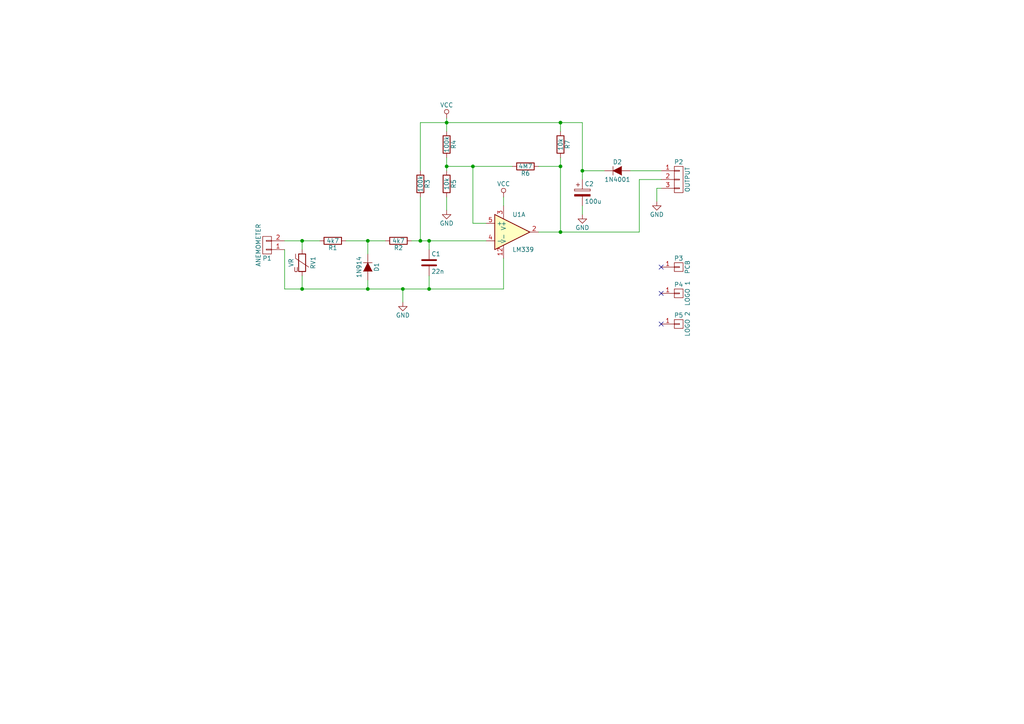
<source format=kicad_sch>
(kicad_sch (version 20230121) (generator eeschema)
  (paper "A4")
  (lib_symbols
    (symbol "AnemometerConverter-rescue:C" (pin_numbers hide) (pin_names (offset 0.254))
      (property "Reference" "C" (at 0.635 2.54 0))
      (property "Value" "C" (at 0.635 -2.54 0))
      (symbol "C_0_1"
        (polyline (pts (xy -2.032 -0.762) (xy 2.032 -0.762)) (stroke (width 0.508)))
        (polyline (pts (xy -2.032 0.762) (xy 2.032 0.762)) (stroke (width 0.508)))
      )
      (symbol "C_1_1"
        (pin passive line (at 0 3.81 270) (length 2.794) (name "~") (number "1"))
        (pin passive line (at 0 -3.81 90) (length 2.794) (name "~") (number "2"))
      )
    )
    (symbol "AnemometerConverter-rescue:CONN_01X01" (pin_names (offset 1.016) hide)
      (property "Reference" "P" (at 0 2.54 0))
      (property "Value" "CONN_01X01" (at 2.54 0 90))
      (symbol "CONN_01X01_0_1"
        (rectangle (start -1.27 0.127) (end 0.254 -0.127))
        (rectangle (start -1.27 1.27) (end 1.27 -1.27))
      )
      (symbol "CONN_01X01_1_1"
        (pin passive line (at -5.08 0 0) (length 3.81) (name "P1") (number "1"))
      )
    )
    (symbol "AnemometerConverter-rescue:CONN_01X02" (pin_names (offset 1.016) hide)
      (property "Reference" "P" (at 0 3.81 0))
      (property "Value" "CONN_01X02" (at 2.54 0 90))
      (symbol "CONN_01X02_0_1"
        (rectangle (start -1.27 -1.143) (end 0.254 -1.397))
        (rectangle (start -1.27 1.397) (end 0.254 1.143))
        (rectangle (start -1.27 2.54) (end 1.27 -2.54))
      )
      (symbol "CONN_01X02_1_1"
        (pin passive line (at -5.08 1.27 0) (length 3.81) (name "P1") (number "1"))
        (pin passive line (at -5.08 -1.27 0) (length 3.81) (name "P2") (number "2"))
      )
    )
    (symbol "AnemometerConverter-rescue:CONN_01X03" (pin_names (offset 1.016) hide)
      (property "Reference" "P" (at 0 5.08 0))
      (property "Value" "CONN_01X03" (at 2.54 0 90))
      (symbol "CONN_01X03_0_1"
        (rectangle (start -1.27 -2.413) (end 0.254 -2.667))
        (rectangle (start -1.27 0.127) (end 0.254 -0.127))
        (rectangle (start -1.27 2.667) (end 0.254 2.413))
        (rectangle (start -1.27 3.81) (end 1.27 -3.81))
      )
      (symbol "CONN_01X03_1_1"
        (pin passive line (at -5.08 2.54 0) (length 3.81) (name "P1") (number "1"))
        (pin passive line (at -5.08 0 0) (length 3.81) (name "P2") (number "2"))
        (pin passive line (at -5.08 -2.54 0) (length 3.81) (name "P3") (number "3"))
      )
    )
    (symbol "AnemometerConverter-rescue:CP" (pin_numbers hide) (pin_names (offset 0.254))
      (property "Reference" "C" (at 0.635 2.54 0))
      (property "Value" "CP" (at 0.635 -2.54 0))
      (symbol "CP_0_1"
        (rectangle (start -2.286 0.508) (end -2.286 1.016))
        (rectangle (start -2.286 0.508) (end 2.286 0.508))
        (polyline (pts (xy -1.778 2.286) (xy -0.762 2.286)))
        (polyline (pts (xy -1.27 2.794) (xy -1.27 1.778)))
        (rectangle (start 2.286 -0.508) (end -2.286 -1.016) (fill (type outline)))
        (rectangle (start 2.286 1.016) (end -2.286 1.016))
        (rectangle (start 2.286 1.016) (end 2.286 0.508))
      )
      (symbol "CP_1_1"
        (pin passive line (at 0 3.81 270) (length 2.794) (name "~") (number "1"))
        (pin passive line (at 0 -3.81 90) (length 2.794) (name "~") (number "2"))
      )
    )
    (symbol "AnemometerConverter-rescue:D" (pin_numbers hide) (pin_names (offset 1.016) hide)
      (property "Reference" "D" (at 0 2.54 0))
      (property "Value" "D" (at 0 -2.54 0))
      (symbol "D_0_1"
        (polyline (pts (xy -1.27 1.27) (xy -1.27 -1.27)) (stroke (width 0.1524)))
        (polyline (pts (xy 1.27 1.27) (xy -1.27 0) (xy 1.27 -1.27)) (fill (type outline)))
      )
      (symbol "D_1_1"
        (pin passive line (at -3.81 0 0) (length 2.54) (name "K") (number "1"))
        (pin passive line (at 3.81 0 180) (length 2.54) (name "A") (number "2"))
      )
    )
    (symbol "AnemometerConverter-rescue:GND" (power) (pin_names (offset 0))
      (property "Value" "GND" (at 0 -3.81 0))
      (symbol "GND_0_1"
        (polyline (pts (xy 0 0) (xy 0 -1.27) (xy 1.27 -1.27) (xy 0 -2.54) (xy -1.27 -1.27) (xy 0 -1.27)))
      )
      (symbol "GND_1_1"
        (pin power_in line (at 0 0 270) (length 0) hide (name "GND") (number "1"))
      )
    )
    (symbol "AnemometerConverter-rescue:LM339"
      (property "Reference" "U" (at 0 5.08 0))
      (property "Value" "LM339" (at 0 -5.08 0))
      (symbol "LM339_0_1"
        (polyline (pts (xy -5.08 5.08) (xy 5.08 0) (xy -5.08 -5.08) (xy -5.08 5.08)) (stroke (width 0.254)) (fill (type background)))
        (pin power_in line (at -2.54 -7.62 90) (length 3.81) (name "V-") (number "12"))
        (pin power_in line (at -2.54 7.62 270) (length 3.81) (name "V+") (number "3"))
      )
      (symbol "LM339_1_1"
        (pin open_collector line (at 7.62 0 180) (length 2.54) (name "~") (number "2"))
        (pin input line (at -7.62 -2.54 0) (length 2.54) (name "-") (number "4"))
        (pin input line (at -7.62 2.54 0) (length 2.54) (name "+") (number "5"))
      )
      (symbol "LM339_2_1"
        (pin open_collector line (at 7.62 0 180) (length 2.54) (name "~") (number "1"))
        (pin input line (at -7.62 -2.54 0) (length 2.54) (name "-") (number "6"))
        (pin input line (at -7.62 2.54 0) (length 2.54) (name "+") (number "7"))
      )
      (symbol "LM339_3_1"
        (pin input line (at -7.62 -2.54 0) (length 2.54) (name "-") (number "10"))
        (pin input line (at -7.62 2.54 0) (length 2.54) (name "+") (number "11"))
        (pin open_collector line (at 7.62 0 180) (length 2.54) (name "~") (number "13"))
      )
      (symbol "LM339_4_1"
        (pin open_collector line (at 7.62 0 180) (length 2.54) (name "~") (number "14"))
        (pin input line (at -7.62 -2.54 0) (length 2.54) (name "-") (number "8"))
        (pin input line (at -7.62 2.54 0) (length 2.54) (name "+") (number "9"))
      )
    )
    (symbol "AnemometerConverter-rescue:R" (pin_numbers hide) (pin_names (offset 0))
      (property "Reference" "R" (at 2.032 0 90))
      (property "Value" "R" (at 0 0 90))
      (symbol "R_0_1"
        (rectangle (start -1.016 -2.54) (end 1.016 2.54) (stroke (width 0.254)))
      )
      (symbol "R_1_1"
        (pin passive line (at 0 3.81 270) (length 1.27) (name "~") (number "1"))
        (pin passive line (at 0 -3.81 90) (length 1.27) (name "~") (number "2"))
      )
    )
    (symbol "AnemometerConverter-rescue:VCC" (power) (pin_names (offset 0))
      (property "Value" "VCC" (at 0 3.81 0))
      (symbol "VCC_0_1"
        (polyline (pts (xy 0 0) (xy 0 1.27)))
        (circle (center 0 1.905) (radius 0.635))
      )
      (symbol "VCC_1_1"
        (pin power_in line (at 0 0 90) (length 0) hide (name "VCC") (number "1"))
      )
    )
    (symbol "AnemometerConverter-rescue:Varistor" (pin_numbers hide) (pin_names (offset 0))
      (property "Reference" "RV" (at 3.175 0 90))
      (property "Value" "Varistor" (at -3.175 0 90))
      (symbol "Varistor_0_0"
        (text "U" (at -1.778 -2.032 0) (effects (font (size 1.27 1.27))))
      )
      (symbol "Varistor_0_1"
        (rectangle (start -1.016 -2.54) (end 1.016 2.54) (stroke (width 0.254)))
        (polyline (pts (xy -1.905 2.54) (xy -1.905 1.27) (xy 1.905 -1.27)))
      )
      (symbol "Varistor_1_1"
        (pin passive line (at 0 3.81 270) (length 1.27) (name "~") (number "1"))
        (pin passive line (at 0 -3.81 90) (length 1.27) (name "~") (number "2"))
      )
    )
  )
  (junction (at 162.56 67.31))
  (junction (at 168.91 49.53))
  (junction (at 106.68 69.85))
  (junction (at 129.54 35.56))
  (junction (at 129.54 48.26))
  (junction (at 87.63 83.82))
  (junction (at 121.92 69.85))
  (junction (at 106.68 83.82))
  (junction (at 124.46 69.85))
  (junction (at 116.84 83.82))
  (junction (at 162.56 35.56))
  (junction (at 137.16 48.26))
  (junction (at 162.56 48.26))
  (junction (at 124.46 83.82))
  (junction (at 87.63 69.85))
  (no_connect (at 191.77 85.09))
  (no_connect (at 191.77 93.98))
  (no_connect (at 191.77 77.47))
  (wire (pts (xy 87.63 72.39) (xy 87.63 69.85)))
  (wire (pts (xy 87.63 80.01) (xy 87.63 83.82)))
  (wire (pts (xy 129.54 35.56) (xy 129.54 38.1)))
  (wire (pts (xy 100.33 69.85) (xy 106.68 69.85)))
  (wire (pts (xy 162.56 67.31) (xy 185.42 67.31)))
  (wire (pts (xy 124.46 72.39) (xy 124.46 69.85)))
  (wire (pts (xy 121.92 57.15) (xy 121.92 69.85)))
  (wire (pts (xy 182.88 49.53) (xy 191.77 49.53)))
  (wire (pts (xy 129.54 48.26) (xy 129.54 45.72)))
  (wire (pts (xy 124.46 83.82) (xy 146.05 83.82)))
  (wire (pts (xy 162.56 38.1) (xy 162.56 35.56)))
  (wire (pts (xy 185.42 52.07) (xy 191.77 52.07)))
  (wire (pts (xy 137.16 48.26) (xy 137.16 64.77)))
  (wire (pts (xy 129.54 48.26) (xy 137.16 48.26)))
  (wire (pts (xy 190.5 54.61) (xy 190.5 58.42)))
  (wire (pts (xy 162.56 48.26) (xy 162.56 67.31)))
  (wire (pts (xy 185.42 67.31) (xy 185.42 52.07)))
  (wire (pts (xy 106.68 83.82) (xy 116.84 83.82)))
  (wire (pts (xy 82.55 69.85) (xy 87.63 69.85)))
  (wire (pts (xy 82.55 83.82) (xy 87.63 83.82)))
  (wire (pts (xy 106.68 69.85) (xy 111.76 69.85)))
  (wire (pts (xy 87.63 83.82) (xy 106.68 83.82)))
  (wire (pts (xy 137.16 64.77) (xy 140.97 64.77)))
  (wire (pts (xy 116.84 83.82) (xy 124.46 83.82)))
  (wire (pts (xy 82.55 72.39) (xy 82.55 83.82)))
  (wire (pts (xy 162.56 35.56) (xy 168.91 35.56)))
  (wire (pts (xy 106.68 73.66) (xy 106.68 69.85)))
  (wire (pts (xy 121.92 69.85) (xy 124.46 69.85)))
  (wire (pts (xy 162.56 45.72) (xy 162.56 48.26)))
  (wire (pts (xy 106.68 81.28) (xy 106.68 83.82)))
  (wire (pts (xy 129.54 35.56) (xy 162.56 35.56)))
  (wire (pts (xy 129.54 49.53) (xy 129.54 48.26)))
  (wire (pts (xy 191.77 54.61) (xy 190.5 54.61)))
  (wire (pts (xy 124.46 80.01) (xy 124.46 83.82)))
  (wire (pts (xy 119.38 69.85) (xy 121.92 69.85)))
  (wire (pts (xy 146.05 83.82) (xy 146.05 74.93)))
  (wire (pts (xy 129.54 34.29) (xy 129.54 35.56)))
  (wire (pts (xy 168.91 62.23) (xy 168.91 59.69)))
  (wire (pts (xy 116.84 87.63) (xy 116.84 83.82)))
  (wire (pts (xy 124.46 69.85) (xy 140.97 69.85)))
  (wire (pts (xy 137.16 48.26) (xy 148.59 48.26)))
  (wire (pts (xy 175.26 49.53) (xy 168.91 49.53)))
  (wire (pts (xy 146.05 59.69) (xy 146.05 57.15)))
  (wire (pts (xy 168.91 49.53) (xy 168.91 52.07)))
  (wire (pts (xy 129.54 60.96) (xy 129.54 57.15)))
  (wire (pts (xy 121.92 35.56) (xy 121.92 49.53)))
  (wire (pts (xy 121.92 35.56) (xy 129.54 35.56)))
  (wire (pts (xy 87.63 69.85) (xy 92.71 69.85)))
  (wire (pts (xy 156.21 67.31) (xy 162.56 67.31)))
  (wire (pts (xy 168.91 35.56) (xy 168.91 49.53)))
  (wire (pts (xy 156.21 48.26) (xy 162.56 48.26)))
  (symbol (lib_id "AnemometerConverter-rescue:R") (at 129.54 41.91 0) (unit 1)
    (property "Reference" "R4" (at 131.572 41.91 90))
    (property "Value" "100k" (at 129.54 41.91 90))
    (property "Footprint" "REInnovationFootprint:TH_Resistor_1" (effects hide))
  )
  (symbol (lib_id "AnemometerConverter-rescue:R") (at 152.4 48.26 270) (unit 1)
    (property "Reference" "R6" (at 152.4 50.292 90))
    (property "Value" "4M7" (at 152.4 48.26 90))
    (property "Footprint" "REInnovationFootprint:TH_Resistor_1" (effects hide))
  )
  (symbol (lib_id "AnemometerConverter-rescue:R") (at 115.57 69.85 270) (unit 1)
    (property "Reference" "R2" (at 115.57 71.882 90))
    (property "Value" "4k7" (at 115.57 69.85 90))
    (property "Footprint" "REInnovationFootprint:TH_Resistor_1" (effects hide))
  )
  (symbol (lib_id "AnemometerConverter-rescue:R") (at 129.54 53.34 0) (unit 1)
    (property "Reference" "R5" (at 131.572 53.34 90))
    (property "Value" "10k" (at 129.54 53.34 90))
    (property "Footprint" "REInnovationFootprint:TH_Resistor_1" (effects hide))
  )
  (symbol (lib_id "AnemometerConverter-rescue:C") (at 124.46 76.2 0) (unit 1)
    (property "Reference" "C1" (at 125.095 73.66 0) (effects (justify left)))
    (property "Value" "22n" (at 125.095 78.74 0) (effects (justify left)))
    (property "Footprint" "matts_components:C1_wide_lg_pad" (effects hide))
  )
  (symbol (lib_id "AnemometerConverter-rescue:CP") (at 168.91 55.88 0) (unit 1)
    (property "Reference" "C2" (at 169.545 53.34 0) (effects (justify left)))
    (property "Value" "100u" (at 169.545 58.42 0) (effects (justify left)))
    (property "Footprint" "REInnovationFootprint:C_1V7_TH" (effects hide))
  )
  (symbol (lib_id "AnemometerConverter-rescue:CONN_01X03") (at 196.85 52.07 0) (unit 1)
    (property "Reference" "P2" (at 196.85 46.99 0))
    (property "Value" "OUTPUT" (at 199.39 52.07 90))
    (property "Footprint" "REInnovationFootprint:SIL-3_screw_terminal" (effects hide))
  )
  (symbol (lib_id "AnemometerConverter-rescue:CONN_01X02") (at 77.47 71.12 180) (unit 1)
    (property "Reference" "P1" (at 77.47 74.93 0))
    (property "Value" "ANEMOMETER" (at 74.93 71.12 90))
    (property "Footprint" "REInnovationFootprint:SIL-2_screw_terminal" (effects hide))
  )
  (symbol (lib_id "AnemometerConverter-rescue:D") (at 179.07 49.53 0) (unit 1)
    (property "Reference" "D2" (at 179.07 46.99 0))
    (property "Value" "1N4001" (at 179.07 52.07 0))
    (property "Footprint" "REInnovationFootprint:TH_Diode_1" (effects hide))
  )
  (symbol (lib_id "AnemometerConverter-rescue:LM339") (at 148.59 67.31 0) (unit 1)
    (property "Reference" "U1" (at 148.59 62.23 0) (effects (justify left)))
    (property "Value" "LM339" (at 148.59 72.39 0) (effects (justify left)))
    (property "Footprint" "REInnovationFootprint:DIP-14__300_ELL_lg_pad" (effects hide))
    (property "Datasheet" "https://www.onsemi.com/pub/Collateral/LM339-D.PDF" (effects hide))
  )
  (symbol (lib_id "AnemometerConverter-rescue:VCC") (at 146.05 57.15 0) (unit 1)
    (property "Reference" "#PWR01" (effects hide))
    (property "Value" "VCC" (at 146.05 53.34 0))
  )
  (symbol (lib_id "AnemometerConverter-rescue:D") (at 106.68 77.47 270) (unit 1)
    (property "Reference" "D1" (at 109.22 77.47 0))
    (property "Value" "1N914" (at 104.14 77.47 0))
    (property "Footprint" "REInnovationFootprint:TH_Diode_1" (effects hide))
  )
  (symbol (lib_id "AnemometerConverter-rescue:GND") (at 116.84 87.63 0) (unit 1)
    (property "Reference" "#PWR02" (effects hide))
    (property "Value" "GND" (at 116.84 91.44 0))
  )
  (symbol (lib_id "AnemometerConverter-rescue:GND") (at 190.5 58.42 0) (unit 1)
    (property "Reference" "#PWR03" (effects hide))
    (property "Value" "GND" (at 190.5 62.23 0))
  )
  (symbol (lib_id "AnemometerConverter-rescue:R") (at 96.52 69.85 270) (unit 1)
    (property "Reference" "R1" (at 96.52 71.882 90))
    (property "Value" "4k7" (at 96.52 69.85 90))
    (property "Footprint" "REInnovationFootprint:TH_Resistor_1" (effects hide))
  )
  (symbol (lib_id "AnemometerConverter-rescue:GND") (at 168.91 62.23 0) (unit 1)
    (property "Reference" "#PWR04" (effects hide))
    (property "Value" "GND" (at 168.91 66.04 0))
  )
  (symbol (lib_id "AnemometerConverter-rescue:GND") (at 129.54 60.96 0) (unit 1)
    (property "Reference" "#PWR05" (effects hide))
    (property "Value" "GND" (at 129.54 64.77 0))
  )
  (symbol (lib_id "AnemometerConverter-rescue:R") (at 121.92 53.34 0) (unit 1)
    (property "Reference" "R3" (at 123.952 53.34 90))
    (property "Value" "100k" (at 121.92 53.34 90))
    (property "Footprint" "REInnovationFootprint:TH_Resistor_1" (effects hide))
  )
  (symbol (lib_id "AnemometerConverter-rescue:VCC") (at 129.54 34.29 0) (unit 1)
    (property "Reference" "#PWR06" (effects hide))
    (property "Value" "VCC" (at 129.54 30.48 0))
  )
  (symbol (lib_id "AnemometerConverter-rescue:CONN_01X01") (at 196.85 77.47 0) (unit 1)
    (property "Reference" "P3" (at 196.85 74.93 0))
    (property "Value" "PCB" (at 199.39 77.47 90))
  )
  (symbol (lib_id "AnemometerConverter-rescue:CONN_01X01") (at 196.85 85.09 0) (unit 1)
    (property "Reference" "P4" (at 196.85 82.55 0))
    (property "Value" "LOGO 1" (at 199.39 85.09 90))
  )
  (symbol (lib_id "AnemometerConverter-rescue:CONN_01X01") (at 196.85 93.98 0) (unit 1)
    (property "Reference" "P5" (at 196.85 91.44 0))
    (property "Value" "LOGO 2" (at 199.39 93.98 90))
  )
  (symbol (lib_id "AnemometerConverter-rescue:Varistor") (at 87.63 76.2 0) (unit 1)
    (property "Reference" "RV1" (at 90.805 76.2 90))
    (property "Value" "VR" (at 84.455 76.2 90))
    (property "Footprint" "REInnovationFootprint:TH_MC36188_FUSE" (effects hide))
  )
  (symbol (lib_id "AnemometerConverter-rescue:R") (at 162.56 41.91 0) (unit 1)
    (property "Reference" "R7" (at 164.592 41.91 90))
    (property "Value" "10k" (at 162.56 41.91 90))
    (property "Footprint" "REInnovationFootprint:TH_Resistor_1" (effects hide))
  )
)
</source>
